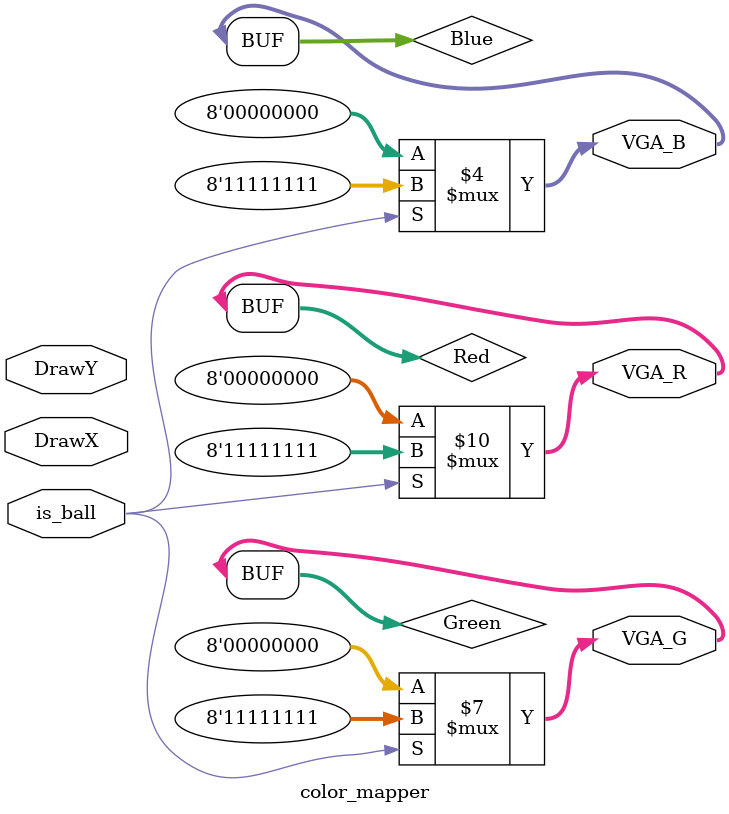
<source format=sv>

module  color_mapper ( input              is_ball,            // Whether current pixel belongs to ball 
                                                              //   or background (computed in ball.sv)
                       input        [9:0] DrawX, DrawY,       // Current pixel coordinates
                       output logic [7:0] VGA_R, VGA_G, VGA_B // VGA RGB output
                     );
    
    logic [7:0] Red, Green, Blue;
    
    // Output colors to VGA
    assign VGA_R = Red;
    assign VGA_G = Green;
    assign VGA_B = Blue;
    
    // Assign color based on is_ball signal
    always_comb
    begin
        if (is_ball == 1'b1) 
        begin
            // White ball
            Red = 8'hff;
            Green = 8'hff;
            Blue = 8'hff;
        end
        else 
        begin
            // Background with nice color gradient
            Red = 8'h00; 
            Green = 8'h00;
            Blue = 8'h00;
        end
    end 
    
endmodule

</source>
